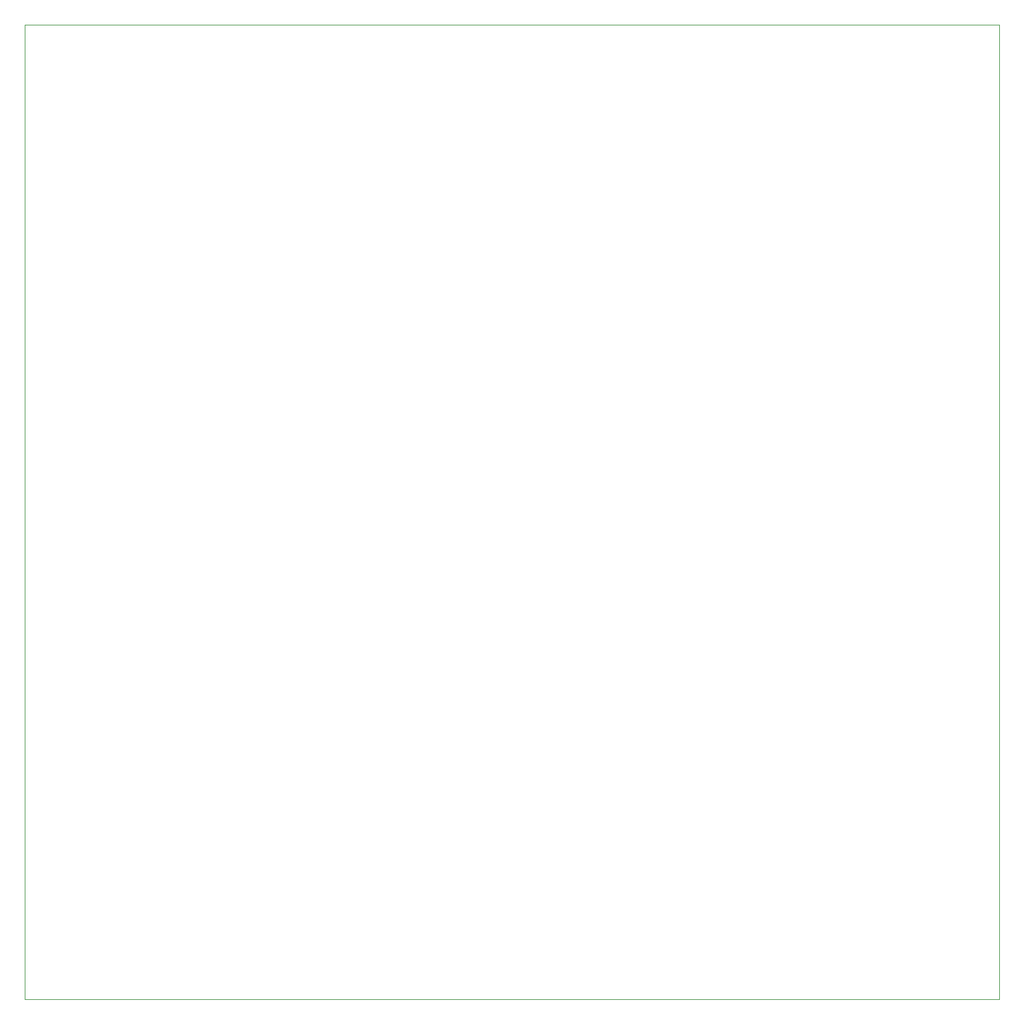
<source format=gbr>
%TF.GenerationSoftware,KiCad,Pcbnew,7.0.9*%
%TF.CreationDate,2023-12-27T22:33:40-08:00*%
%TF.ProjectId,Interconnect Board,496e7465-7263-46f6-9e6e-65637420426f,v1.1*%
%TF.SameCoordinates,Original*%
%TF.FileFunction,Profile,NP*%
%FSLAX46Y46*%
G04 Gerber Fmt 4.6, Leading zero omitted, Abs format (unit mm)*
G04 Created by KiCad (PCBNEW 7.0.9) date 2023-12-27 22:33:40*
%MOMM*%
%LPD*%
G01*
G04 APERTURE LIST*
%TA.AperFunction,Profile*%
%ADD10C,0.100000*%
%TD*%
G04 APERTURE END LIST*
D10*
X101581986Y-11649143D02*
X231581986Y-11649143D01*
X231581986Y-141649143D01*
X101581986Y-141649143D01*
X101581986Y-11649143D01*
M02*

</source>
